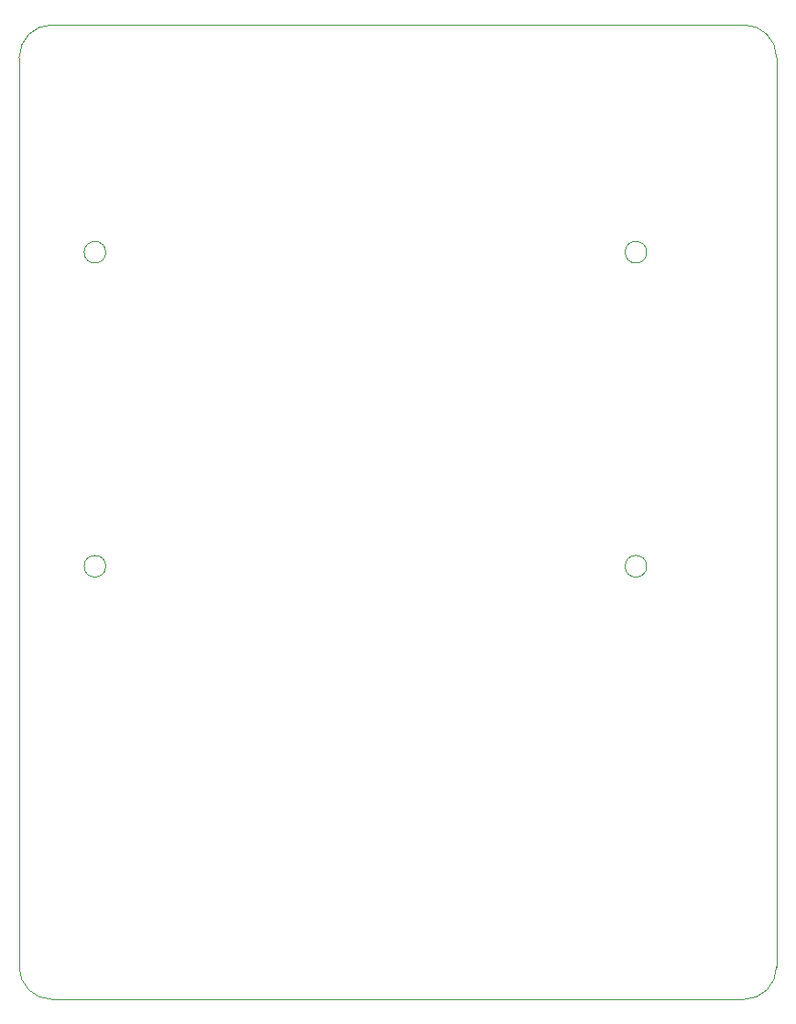
<source format=gbr>
%TF.GenerationSoftware,KiCad,Pcbnew,8.0.1*%
%TF.CreationDate,2024-04-21T18:31:03+02:00*%
%TF.ProjectId,Hypersonic_pedal_pcb,48797065-7273-46f6-9e69-635f70656461,rev?*%
%TF.SameCoordinates,Original*%
%TF.FileFunction,Profile,NP*%
%FSLAX46Y46*%
G04 Gerber Fmt 4.6, Leading zero omitted, Abs format (unit mm)*
G04 Created by KiCad (PCBNEW 8.0.1) date 2024-04-21 18:31:03*
%MOMM*%
%LPD*%
G01*
G04 APERTURE LIST*
%TA.AperFunction,Profile*%
%ADD10C,0.050000*%
%TD*%
G04 APERTURE END LIST*
D10*
X81250000Y-160500000D02*
X81250000Y-76500000D01*
X151250000Y-76500000D02*
X151250000Y-160500000D01*
X148250000Y-163500000D02*
X84250000Y-163500000D01*
X84250000Y-73500000D02*
X148250000Y-73500000D01*
X84250000Y-163500000D02*
G75*
G02*
X81250000Y-160500000I0J3000000D01*
G01*
X151250000Y-160500000D02*
G75*
G02*
X148250000Y-163500000I-3000000J0D01*
G01*
X81250000Y-76500000D02*
G75*
G02*
X84250000Y-73500000I3000000J0D01*
G01*
X148250000Y-73500000D02*
G75*
G02*
X151250000Y-76500000I0J-3000000D01*
G01*
%TO.C,J5*%
X89250000Y-94500000D02*
G75*
G02*
X87250000Y-94500000I-1000000J0D01*
G01*
X87250000Y-94500000D02*
G75*
G02*
X89250000Y-94500000I1000000J0D01*
G01*
X89250000Y-123500000D02*
G75*
G02*
X87250000Y-123500000I-1000000J0D01*
G01*
X87250000Y-123500000D02*
G75*
G02*
X89250000Y-123500000I1000000J0D01*
G01*
X139250000Y-94500000D02*
G75*
G02*
X137250000Y-94500000I-1000000J0D01*
G01*
X137250000Y-94500000D02*
G75*
G02*
X139250000Y-94500000I1000000J0D01*
G01*
X139250000Y-123500000D02*
G75*
G02*
X137250000Y-123500000I-1000000J0D01*
G01*
X137250000Y-123500000D02*
G75*
G02*
X139250000Y-123500000I1000000J0D01*
G01*
%TD*%
M02*

</source>
